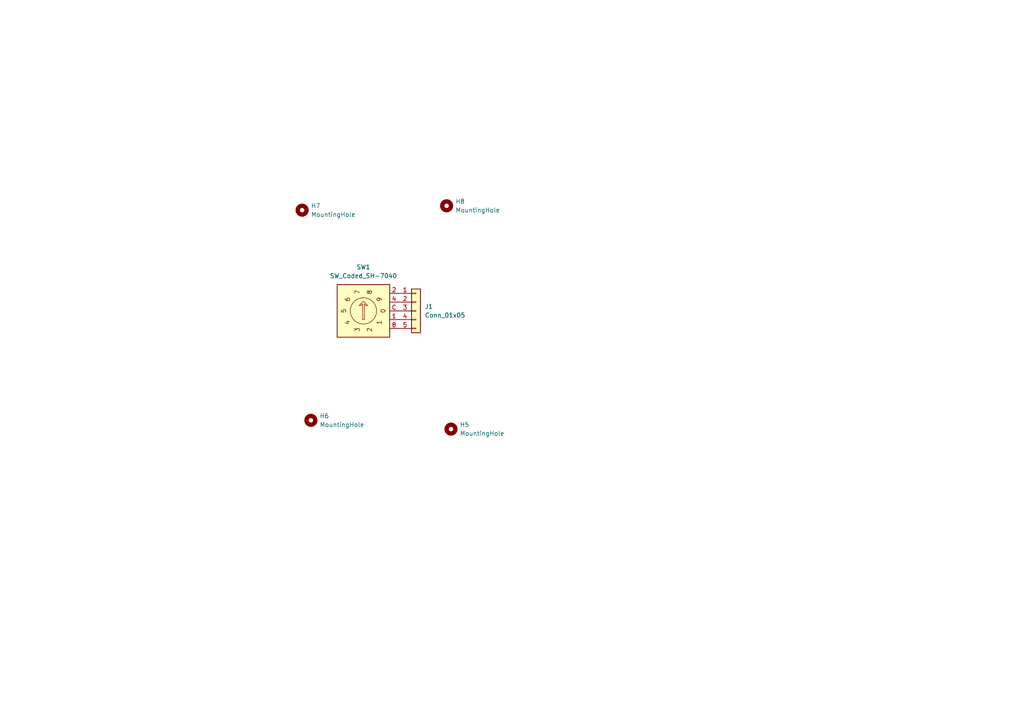
<source format=kicad_sch>
(kicad_sch (version 20231120) (generator "eeschema") (generator_version "8.0")
  (paper "A4")
  (lib_symbols
    (symbol "Connector_Generic:Conn_01x05" (pin_names (offset 1.016) hide)
      (property "Reference" "J" (at 0 7.62 0))
      (property "Value" "Conn_01x05" (at 0 -7.62 0))
      (symbol "Conn_01x05_1_1"
        (rectangle (start -1.27 -4.953) (end 0 -5.207) (stroke (width 0.1524)))
        (rectangle (start -1.27 -2.413) (end 0 -2.667) (stroke (width 0.1524)))
        (rectangle (start -1.27 0.127) (end 0 -0.127) (stroke (width 0.1524)))
        (rectangle (start -1.27 2.667) (end 0 2.413) (stroke (width 0.1524)))
        (rectangle (start -1.27 5.207) (end 0 4.953) (stroke (width 0.1524)))
        (rectangle (start -1.27 6.35) (end 1.27 -6.35) (stroke (width 0.254)) (fill (type background)))
        (pin passive line (at -5.08 5.08 0) (length 3.81) (name "Pin_1") (number "1"))
        (pin passive line (at -5.08 2.54 0) (length 3.81) (name "Pin_2") (number "2"))
        (pin passive line (at -5.08 0 0) (length 3.81) (name "Pin_3") (number "3"))
        (pin passive line (at -5.08 -2.54 0) (length 3.81) (name "Pin_4") (number "4"))
        (pin passive line (at -5.08 -5.08 0) (length 3.81) (name "Pin_5") (number "5"))
      )
    )
    (symbol "Mechanical:MountingHole" (pin_names (offset 1.016)) (exclude_from_sim yes) (in_bom no)
      (property "Reference" "H" (at 0 5.08 0))
      (property "Value" "MountingHole" (at 0 3.175 0))
      (symbol "MountingHole_0_1"
        (circle (center 0 0) (radius 1.27) (stroke (width 1.27)))
      )
    )
    (symbol "Switch:SW_Coded_SH-7040" (pin_names hide)
      (property "Reference" "SW1" (at 0 12.7 0))
      (property "Value" "SW_Coded_SH-7040" (at 0 10.16 0))
      (symbol "SW_Coded_SH-7040_0_0"
        (text "0" (at 5.715 0 2700) (effects (font (size 1.27 1.27))))
        (text "1" (at 4.6228 -3.3528 2340) (effects (font (size 1.27 1.27))))
        (text "2" (at 1.778 -5.4356 1980) (effects (font (size 1.27 1.27))))
        (text "3" (at -1.778 -5.4356 1620) (effects (font (size 1.27 1.27))))
        (text "4" (at -4.6228 -3.3528 1260) (effects (font (size 1.27 1.27))))
        (text "5" (at -5.715 0 900) (effects (font (size 1.27 1.27))))
        (text "6" (at -4.6228 3.3528 540) (effects (font (size 1.27 1.27))))
        (text "7" (at -1.778 5.4356 180) (effects (font (size 1.27 1.27))))
        (text "8" (at 1.778 5.4356 3420) (effects (font (size 1.27 1.27))))
        (text "9" (at 4.6228 3.3528 3060) (effects (font (size 1.27 1.27))))
      )
      (symbol "SW_Coded_SH-7040_0_1"
        (polyline (pts (xy -0.254 -2.54) (xy -0.254 2.032) (xy -0.762 1.524) (xy -1.27 1.524) (xy 0 2.794) (xy 1.27 1.524) (xy 0.762 1.524) (xy 0.254 2.032) (xy 0.254 -2.54) (xy -0.254 -2.54) (xy -0.254 -2.54)))
        (circle (center 0 0) (radius 3.81))
        (rectangle (start 7.62 7.62) (end -7.62 -7.62) (stroke (width 0.254)) (fill (type background)))
      )
      (symbol "SW_Coded_SH-7040_1_1"
        (pin passive line (at 10.16 -2.54 180) (length 2.54) (name "1") (number "1"))
        (pin passive line (at 10.16 5.08 180) (length 2.54) (name "2") (number "2"))
        (pin passive line (at 10.16 2.54 180) (length 2.54) (name "4") (number "4"))
        (pin passive line (at 10.16 -5.08 180) (length 2.54) (name "8") (number "8"))
        (pin passive line (at 10.16 0 180) (length 2.54) (name "C") (number "C"))
      )
    )
  )
  (symbol (lib_id "Mechanical:MountingHole") (at 90.17 121.92 0) (unit 1) (exclude_from_sim yes) (in_bom no)
    (property "Reference" "H6" (at 92.71 120.6499 0) (effects (justify left)))
    (property "Value" "MountingHole" (at 92.71 123.1899 0) (effects (justify left)))
    (property "Footprint" "MountingHole:MountingHole_3.2mm_M3" (effects (hide yes)))
    (property "Description" "Mounting Hole without connection" (effects (hide yes)))
  )
  (symbol (lib_id "Connector_Generic:Conn_01x05") (at 120.65 90.17 0) (unit 1)
    (property "Reference" "J1" (at 123.19 88.8999 0) (effects (justify left)))
    (property "Value" "Conn_01x05" (at 123.19 91.4399 0) (effects (justify left)))
    (property "Footprint" "Connector_PinSocket_2.54mm:PinSocket_1x05_P2.54mm_Vertical" (effects (hide yes)))
    (property "Description" "Generic connector, single row, 01x05, script generated (kicad-library-utils/schlib/autogen/connector/)" (effects (hide yes)))
  )
  (symbol (lib_id "Mechanical:MountingHole") (at 87.63 60.96 0) (unit 1) (exclude_from_sim yes) (in_bom no)
    (property "Reference" "H7" (at 90.17 59.6899 0) (effects (justify left)))
    (property "Value" "MountingHole" (at 90.17 62.2299 0) (effects (justify left)))
    (property "Footprint" "MountingHole:MountingHole_3.2mm_M3" (effects (hide yes)))
    (property "Description" "Mounting Hole without connection" (effects (hide yes)))
  )
  (symbol (lib_id "Switch:SW_Coded_SH-7040") (at 105.41 90.17 0) (unit 1)
    (property "Reference" "SW1" (at 105.41 77.47 0))
    (property "Value" "SW_Coded_SH-7040" (at 105.41 80.01 0))
    (property "Footprint" "Button_Switch_THT:Nidec_Copal_SH-7010C" (effects (hide yes)))
    (property "Datasheet" "https://www.nidec-copal-electronics.com/e/catalog/switch/sh-7000.pdf" (effects (hide yes)))
    (property "Description" "Rotary switch, 4-bit encoding, 10 positions, Gray code" (effects (hide yes)))
  )
  (symbol (lib_id "Mechanical:MountingHole") (at 129.54 59.69 0) (unit 1) (exclude_from_sim yes) (in_bom no)
    (property "Reference" "H8" (at 132.08 58.4199 0) (effects (justify left)))
    (property "Value" "MountingHole" (at 132.08 60.9599 0) (effects (justify left)))
    (property "Footprint" "MountingHole:MountingHole_3.2mm_M3" (effects (hide yes)))
    (property "Description" "Mounting Hole without connection" (effects (hide yes)))
  )
  (symbol (lib_id "Mechanical:MountingHole") (at 130.81 124.46 0) (unit 1) (exclude_from_sim yes) (in_bom no)
    (property "Reference" "H5" (at 133.35 123.1899 0) (effects (justify left)))
    (property "Value" "MountingHole" (at 133.35 125.7299 0) (effects (justify left)))
    (property "Footprint" "MountingHole:MountingHole_3.2mm_M3" (effects (hide yes)))
    (property "Description" "Mounting Hole without connection" (effects (hide yes)))
  )
)
</source>
